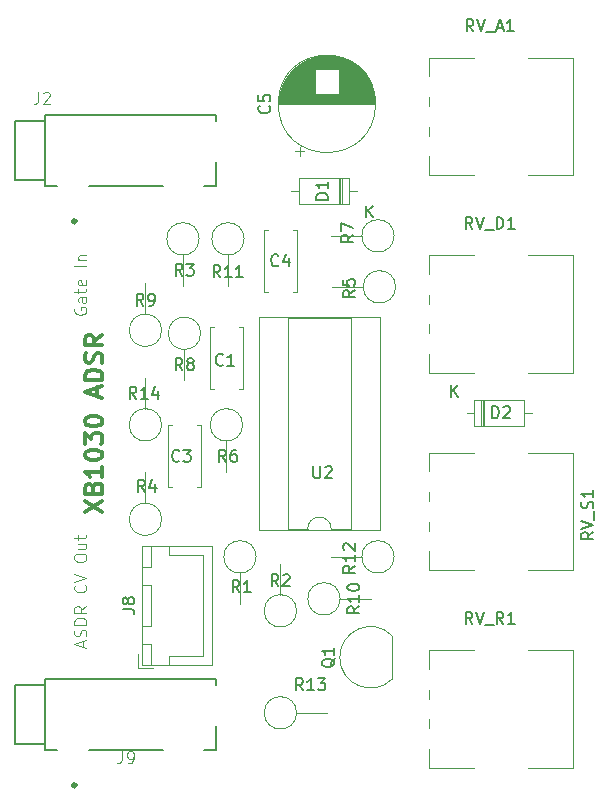
<source format=gbr>
G04 #@! TF.GenerationSoftware,KiCad,Pcbnew,(5.0.1)-rc2*
G04 #@! TF.CreationDate,2018-12-04T01:24:35-05:00*
G04 #@! TF.ProjectId,envelope,656E76656C6F70652E6B696361645F70,rev?*
G04 #@! TF.SameCoordinates,Original*
G04 #@! TF.FileFunction,Legend,Top*
G04 #@! TF.FilePolarity,Positive*
%FSLAX46Y46*%
G04 Gerber Fmt 4.6, Leading zero omitted, Abs format (unit mm)*
G04 Created by KiCad (PCBNEW (5.0.1)-rc2) date 12/4/2018 1:24:35 AM*
%MOMM*%
%LPD*%
G01*
G04 APERTURE LIST*
%ADD10C,0.300000*%
%ADD11C,0.120000*%
%ADD12C,0.127000*%
%ADD13C,0.150000*%
%ADD14C,0.050000*%
G04 APERTURE END LIST*
D10*
X132147571Y-68495714D02*
X133647571Y-67495714D01*
X132147571Y-67495714D02*
X133647571Y-68495714D01*
X132861857Y-66424285D02*
X132933285Y-66210000D01*
X133004714Y-66138571D01*
X133147571Y-66067142D01*
X133361857Y-66067142D01*
X133504714Y-66138571D01*
X133576142Y-66210000D01*
X133647571Y-66352857D01*
X133647571Y-66924285D01*
X132147571Y-66924285D01*
X132147571Y-66424285D01*
X132219000Y-66281428D01*
X132290428Y-66210000D01*
X132433285Y-66138571D01*
X132576142Y-66138571D01*
X132719000Y-66210000D01*
X132790428Y-66281428D01*
X132861857Y-66424285D01*
X132861857Y-66924285D01*
X133647571Y-64638571D02*
X133647571Y-65495714D01*
X133647571Y-65067142D02*
X132147571Y-65067142D01*
X132361857Y-65210000D01*
X132504714Y-65352857D01*
X132576142Y-65495714D01*
X132147571Y-63710000D02*
X132147571Y-63567142D01*
X132219000Y-63424285D01*
X132290428Y-63352857D01*
X132433285Y-63281428D01*
X132719000Y-63210000D01*
X133076142Y-63210000D01*
X133361857Y-63281428D01*
X133504714Y-63352857D01*
X133576142Y-63424285D01*
X133647571Y-63567142D01*
X133647571Y-63710000D01*
X133576142Y-63852857D01*
X133504714Y-63924285D01*
X133361857Y-63995714D01*
X133076142Y-64067142D01*
X132719000Y-64067142D01*
X132433285Y-63995714D01*
X132290428Y-63924285D01*
X132219000Y-63852857D01*
X132147571Y-63710000D01*
X132147571Y-62710000D02*
X132147571Y-61781428D01*
X132719000Y-62281428D01*
X132719000Y-62067142D01*
X132790428Y-61924285D01*
X132861857Y-61852857D01*
X133004714Y-61781428D01*
X133361857Y-61781428D01*
X133504714Y-61852857D01*
X133576142Y-61924285D01*
X133647571Y-62067142D01*
X133647571Y-62495714D01*
X133576142Y-62638571D01*
X133504714Y-62710000D01*
X132147571Y-60852857D02*
X132147571Y-60710000D01*
X132219000Y-60567142D01*
X132290428Y-60495714D01*
X132433285Y-60424285D01*
X132719000Y-60352857D01*
X133076142Y-60352857D01*
X133361857Y-60424285D01*
X133504714Y-60495714D01*
X133576142Y-60567142D01*
X133647571Y-60710000D01*
X133647571Y-60852857D01*
X133576142Y-60995714D01*
X133504714Y-61067142D01*
X133361857Y-61138571D01*
X133076142Y-61210000D01*
X132719000Y-61210000D01*
X132433285Y-61138571D01*
X132290428Y-61067142D01*
X132219000Y-60995714D01*
X132147571Y-60852857D01*
X133219000Y-58638571D02*
X133219000Y-57924285D01*
X133647571Y-58781428D02*
X132147571Y-58281428D01*
X133647571Y-57781428D01*
X133647571Y-57281428D02*
X132147571Y-57281428D01*
X132147571Y-56924285D01*
X132219000Y-56710000D01*
X132361857Y-56567142D01*
X132504714Y-56495714D01*
X132790428Y-56424285D01*
X133004714Y-56424285D01*
X133290428Y-56495714D01*
X133433285Y-56567142D01*
X133576142Y-56710000D01*
X133647571Y-56924285D01*
X133647571Y-57281428D01*
X133576142Y-55852857D02*
X133647571Y-55638571D01*
X133647571Y-55281428D01*
X133576142Y-55138571D01*
X133504714Y-55067142D01*
X133361857Y-54995714D01*
X133219000Y-54995714D01*
X133076142Y-55067142D01*
X133004714Y-55138571D01*
X132933285Y-55281428D01*
X132861857Y-55567142D01*
X132790428Y-55710000D01*
X132719000Y-55781428D01*
X132576142Y-55852857D01*
X132433285Y-55852857D01*
X132290428Y-55781428D01*
X132219000Y-55710000D01*
X132147571Y-55567142D01*
X132147571Y-55210000D01*
X132219000Y-54995714D01*
X133647571Y-53495714D02*
X132933285Y-53995714D01*
X133647571Y-54352857D02*
X132147571Y-54352857D01*
X132147571Y-53781428D01*
X132219000Y-53638571D01*
X132290428Y-53567142D01*
X132433285Y-53495714D01*
X132647571Y-53495714D01*
X132790428Y-53567142D01*
X132861857Y-53638571D01*
X132933285Y-53781428D01*
X132933285Y-54352857D01*
D11*
G04 #@! TO.C,R11*
X145642000Y-45339000D02*
G75*
G03X145642000Y-45339000I-1370000J0D01*
G01*
X144272000Y-46709000D02*
X144272000Y-49319000D01*
G04 #@! TO.C,RV_S1*
X173521000Y-63438332D02*
X173521000Y-73378332D01*
X161281000Y-71778332D02*
X161281000Y-73378332D01*
X161281000Y-69279332D02*
X161281000Y-70038332D01*
X161281000Y-66779332D02*
X161281000Y-67538332D01*
X161281000Y-63438332D02*
X161281000Y-65037332D01*
X169656000Y-73378332D02*
X173521000Y-73378332D01*
X161281000Y-73378332D02*
X165146000Y-73378332D01*
X169656000Y-63438332D02*
X173521000Y-63438332D01*
X161281000Y-63438332D02*
X165146000Y-63438332D01*
G04 #@! TO.C,RV_R1*
X161281000Y-80160000D02*
X165146000Y-80160000D01*
X169656000Y-80160000D02*
X173521000Y-80160000D01*
X161281000Y-90100000D02*
X165146000Y-90100000D01*
X169656000Y-90100000D02*
X173521000Y-90100000D01*
X161281000Y-80160000D02*
X161281000Y-81759000D01*
X161281000Y-83501000D02*
X161281000Y-84260000D01*
X161281000Y-86001000D02*
X161281000Y-86760000D01*
X161281000Y-88500000D02*
X161281000Y-90100000D01*
X173521000Y-80160000D02*
X173521000Y-90100000D01*
G04 #@! TO.C,RV_D1*
X173521000Y-46716666D02*
X173521000Y-56656666D01*
X161281000Y-55056666D02*
X161281000Y-56656666D01*
X161281000Y-52557666D02*
X161281000Y-53316666D01*
X161281000Y-50057666D02*
X161281000Y-50816666D01*
X161281000Y-46716666D02*
X161281000Y-48315666D01*
X169656000Y-56656666D02*
X173521000Y-56656666D01*
X161281000Y-56656666D02*
X165146000Y-56656666D01*
X169656000Y-46716666D02*
X173521000Y-46716666D01*
X161281000Y-46716666D02*
X165146000Y-46716666D01*
G04 #@! TO.C,RV_A1*
X161281000Y-29995000D02*
X165146000Y-29995000D01*
X169656000Y-29995000D02*
X173521000Y-29995000D01*
X161281000Y-39935000D02*
X165146000Y-39935000D01*
X169656000Y-39935000D02*
X173521000Y-39935000D01*
X161281000Y-29995000D02*
X161281000Y-31594000D01*
X161281000Y-33336000D02*
X161281000Y-34095000D01*
X161281000Y-35836000D02*
X161281000Y-36595000D01*
X161281000Y-38335000D02*
X161281000Y-39935000D01*
X173521000Y-29995000D02*
X173521000Y-39935000D01*
G04 #@! TO.C,C5*
X156774000Y-33914000D02*
G75*
G03X156774000Y-33914000I-4120000J0D01*
G01*
X148574000Y-33914000D02*
X156734000Y-33914000D01*
X148574000Y-33874000D02*
X156734000Y-33874000D01*
X148574000Y-33834000D02*
X156734000Y-33834000D01*
X148575000Y-33794000D02*
X156733000Y-33794000D01*
X148577000Y-33754000D02*
X156731000Y-33754000D01*
X148578000Y-33714000D02*
X156730000Y-33714000D01*
X148580000Y-33674000D02*
X156728000Y-33674000D01*
X148583000Y-33634000D02*
X156725000Y-33634000D01*
X148586000Y-33594000D02*
X156722000Y-33594000D01*
X148589000Y-33554000D02*
X156719000Y-33554000D01*
X148593000Y-33514000D02*
X156715000Y-33514000D01*
X148597000Y-33474000D02*
X156711000Y-33474000D01*
X148602000Y-33434000D02*
X156706000Y-33434000D01*
X148606000Y-33394000D02*
X156702000Y-33394000D01*
X148612000Y-33354000D02*
X156696000Y-33354000D01*
X148617000Y-33314000D02*
X156691000Y-33314000D01*
X148624000Y-33274000D02*
X156684000Y-33274000D01*
X148630000Y-33234000D02*
X156678000Y-33234000D01*
X148637000Y-33193000D02*
X156671000Y-33193000D01*
X148644000Y-33153000D02*
X156664000Y-33153000D01*
X148652000Y-33113000D02*
X156656000Y-33113000D01*
X148660000Y-33073000D02*
X156648000Y-33073000D01*
X148669000Y-33033000D02*
X151614000Y-33033000D01*
X153694000Y-33033000D02*
X156639000Y-33033000D01*
X148678000Y-32993000D02*
X151614000Y-32993000D01*
X153694000Y-32993000D02*
X156630000Y-32993000D01*
X148687000Y-32953000D02*
X151614000Y-32953000D01*
X153694000Y-32953000D02*
X156621000Y-32953000D01*
X148697000Y-32913000D02*
X151614000Y-32913000D01*
X153694000Y-32913000D02*
X156611000Y-32913000D01*
X148707000Y-32873000D02*
X151614000Y-32873000D01*
X153694000Y-32873000D02*
X156601000Y-32873000D01*
X148718000Y-32833000D02*
X151614000Y-32833000D01*
X153694000Y-32833000D02*
X156590000Y-32833000D01*
X148729000Y-32793000D02*
X151614000Y-32793000D01*
X153694000Y-32793000D02*
X156579000Y-32793000D01*
X148740000Y-32753000D02*
X151614000Y-32753000D01*
X153694000Y-32753000D02*
X156568000Y-32753000D01*
X148752000Y-32713000D02*
X151614000Y-32713000D01*
X153694000Y-32713000D02*
X156556000Y-32713000D01*
X148765000Y-32673000D02*
X151614000Y-32673000D01*
X153694000Y-32673000D02*
X156543000Y-32673000D01*
X148777000Y-32633000D02*
X151614000Y-32633000D01*
X153694000Y-32633000D02*
X156531000Y-32633000D01*
X148791000Y-32593000D02*
X151614000Y-32593000D01*
X153694000Y-32593000D02*
X156517000Y-32593000D01*
X148804000Y-32553000D02*
X151614000Y-32553000D01*
X153694000Y-32553000D02*
X156504000Y-32553000D01*
X148819000Y-32513000D02*
X151614000Y-32513000D01*
X153694000Y-32513000D02*
X156489000Y-32513000D01*
X148833000Y-32473000D02*
X151614000Y-32473000D01*
X153694000Y-32473000D02*
X156475000Y-32473000D01*
X148849000Y-32433000D02*
X151614000Y-32433000D01*
X153694000Y-32433000D02*
X156459000Y-32433000D01*
X148864000Y-32393000D02*
X151614000Y-32393000D01*
X153694000Y-32393000D02*
X156444000Y-32393000D01*
X148880000Y-32353000D02*
X151614000Y-32353000D01*
X153694000Y-32353000D02*
X156428000Y-32353000D01*
X148897000Y-32313000D02*
X151614000Y-32313000D01*
X153694000Y-32313000D02*
X156411000Y-32313000D01*
X148914000Y-32273000D02*
X151614000Y-32273000D01*
X153694000Y-32273000D02*
X156394000Y-32273000D01*
X148932000Y-32233000D02*
X151614000Y-32233000D01*
X153694000Y-32233000D02*
X156376000Y-32233000D01*
X148950000Y-32193000D02*
X151614000Y-32193000D01*
X153694000Y-32193000D02*
X156358000Y-32193000D01*
X148968000Y-32153000D02*
X151614000Y-32153000D01*
X153694000Y-32153000D02*
X156340000Y-32153000D01*
X148988000Y-32113000D02*
X151614000Y-32113000D01*
X153694000Y-32113000D02*
X156320000Y-32113000D01*
X149007000Y-32073000D02*
X151614000Y-32073000D01*
X153694000Y-32073000D02*
X156301000Y-32073000D01*
X149027000Y-32033000D02*
X151614000Y-32033000D01*
X153694000Y-32033000D02*
X156281000Y-32033000D01*
X149048000Y-31993000D02*
X151614000Y-31993000D01*
X153694000Y-31993000D02*
X156260000Y-31993000D01*
X149070000Y-31953000D02*
X151614000Y-31953000D01*
X153694000Y-31953000D02*
X156238000Y-31953000D01*
X149092000Y-31913000D02*
X151614000Y-31913000D01*
X153694000Y-31913000D02*
X156216000Y-31913000D01*
X149114000Y-31873000D02*
X151614000Y-31873000D01*
X153694000Y-31873000D02*
X156194000Y-31873000D01*
X149137000Y-31833000D02*
X151614000Y-31833000D01*
X153694000Y-31833000D02*
X156171000Y-31833000D01*
X149161000Y-31793000D02*
X151614000Y-31793000D01*
X153694000Y-31793000D02*
X156147000Y-31793000D01*
X149185000Y-31753000D02*
X151614000Y-31753000D01*
X153694000Y-31753000D02*
X156123000Y-31753000D01*
X149210000Y-31713000D02*
X151614000Y-31713000D01*
X153694000Y-31713000D02*
X156098000Y-31713000D01*
X149236000Y-31673000D02*
X151614000Y-31673000D01*
X153694000Y-31673000D02*
X156072000Y-31673000D01*
X149262000Y-31633000D02*
X151614000Y-31633000D01*
X153694000Y-31633000D02*
X156046000Y-31633000D01*
X149289000Y-31593000D02*
X151614000Y-31593000D01*
X153694000Y-31593000D02*
X156019000Y-31593000D01*
X149316000Y-31553000D02*
X151614000Y-31553000D01*
X153694000Y-31553000D02*
X155992000Y-31553000D01*
X149345000Y-31513000D02*
X151614000Y-31513000D01*
X153694000Y-31513000D02*
X155963000Y-31513000D01*
X149374000Y-31473000D02*
X151614000Y-31473000D01*
X153694000Y-31473000D02*
X155934000Y-31473000D01*
X149404000Y-31433000D02*
X151614000Y-31433000D01*
X153694000Y-31433000D02*
X155904000Y-31433000D01*
X149434000Y-31393000D02*
X151614000Y-31393000D01*
X153694000Y-31393000D02*
X155874000Y-31393000D01*
X149465000Y-31353000D02*
X151614000Y-31353000D01*
X153694000Y-31353000D02*
X155843000Y-31353000D01*
X149498000Y-31313000D02*
X151614000Y-31313000D01*
X153694000Y-31313000D02*
X155810000Y-31313000D01*
X149530000Y-31273000D02*
X151614000Y-31273000D01*
X153694000Y-31273000D02*
X155778000Y-31273000D01*
X149564000Y-31233000D02*
X151614000Y-31233000D01*
X153694000Y-31233000D02*
X155744000Y-31233000D01*
X149599000Y-31193000D02*
X151614000Y-31193000D01*
X153694000Y-31193000D02*
X155709000Y-31193000D01*
X149635000Y-31153000D02*
X151614000Y-31153000D01*
X153694000Y-31153000D02*
X155673000Y-31153000D01*
X149671000Y-31113000D02*
X151614000Y-31113000D01*
X153694000Y-31113000D02*
X155637000Y-31113000D01*
X149709000Y-31073000D02*
X151614000Y-31073000D01*
X153694000Y-31073000D02*
X155599000Y-31073000D01*
X149747000Y-31033000D02*
X151614000Y-31033000D01*
X153694000Y-31033000D02*
X155561000Y-31033000D01*
X149787000Y-30993000D02*
X151614000Y-30993000D01*
X153694000Y-30993000D02*
X155521000Y-30993000D01*
X149828000Y-30953000D02*
X155480000Y-30953000D01*
X149870000Y-30913000D02*
X155438000Y-30913000D01*
X149913000Y-30873000D02*
X155395000Y-30873000D01*
X149957000Y-30833000D02*
X155351000Y-30833000D01*
X150003000Y-30793000D02*
X155305000Y-30793000D01*
X150050000Y-30753000D02*
X155258000Y-30753000D01*
X150098000Y-30713000D02*
X155210000Y-30713000D01*
X150149000Y-30673000D02*
X155159000Y-30673000D01*
X150200000Y-30633000D02*
X155108000Y-30633000D01*
X150254000Y-30593000D02*
X155054000Y-30593000D01*
X150309000Y-30553000D02*
X154999000Y-30553000D01*
X150367000Y-30513000D02*
X154941000Y-30513000D01*
X150426000Y-30473000D02*
X154882000Y-30473000D01*
X150488000Y-30433000D02*
X154820000Y-30433000D01*
X150552000Y-30393000D02*
X154756000Y-30393000D01*
X150620000Y-30353000D02*
X154688000Y-30353000D01*
X150690000Y-30313000D02*
X154618000Y-30313000D01*
X150764000Y-30273000D02*
X154544000Y-30273000D01*
X150841000Y-30233000D02*
X154467000Y-30233000D01*
X150923000Y-30193000D02*
X154385000Y-30193000D01*
X151009000Y-30153000D02*
X154299000Y-30153000D01*
X151102000Y-30113000D02*
X154206000Y-30113000D01*
X151201000Y-30073000D02*
X154107000Y-30073000D01*
X151308000Y-30033000D02*
X154000000Y-30033000D01*
X151425000Y-29993000D02*
X153883000Y-29993000D01*
X151556000Y-29953000D02*
X153752000Y-29953000D01*
X151706000Y-29913000D02*
X153602000Y-29913000D01*
X151886000Y-29873000D02*
X153422000Y-29873000D01*
X152121000Y-29833000D02*
X153187000Y-29833000D01*
X150339000Y-38323698D02*
X150339000Y-37523698D01*
X149939000Y-37923698D02*
X150739000Y-37923698D01*
G04 #@! TO.C,J8*
X136986000Y-81427000D02*
X142956000Y-81427000D01*
X142956000Y-81427000D02*
X142956000Y-71307000D01*
X142956000Y-71307000D02*
X136986000Y-71307000D01*
X136986000Y-71307000D02*
X136986000Y-81427000D01*
X136996000Y-78117000D02*
X137746000Y-78117000D01*
X137746000Y-78117000D02*
X137746000Y-74617000D01*
X137746000Y-74617000D02*
X136996000Y-74617000D01*
X136996000Y-74617000D02*
X136996000Y-78117000D01*
X136996000Y-81417000D02*
X137746000Y-81417000D01*
X137746000Y-81417000D02*
X137746000Y-79617000D01*
X137746000Y-79617000D02*
X136996000Y-79617000D01*
X136996000Y-79617000D02*
X136996000Y-81417000D01*
X136996000Y-73117000D02*
X137746000Y-73117000D01*
X137746000Y-73117000D02*
X137746000Y-71317000D01*
X137746000Y-71317000D02*
X136996000Y-71317000D01*
X136996000Y-71317000D02*
X136996000Y-73117000D01*
X139246000Y-81417000D02*
X139246000Y-80667000D01*
X139246000Y-80667000D02*
X142196000Y-80667000D01*
X142196000Y-80667000D02*
X142196000Y-76367000D01*
X139246000Y-71317000D02*
X139246000Y-72067000D01*
X139246000Y-72067000D02*
X142196000Y-72067000D01*
X142196000Y-72067000D02*
X142196000Y-76367000D01*
X136696000Y-80467000D02*
X136696000Y-81717000D01*
X136696000Y-81717000D02*
X137946000Y-81717000D01*
G04 #@! TO.C,C1*
X145200000Y-52792000D02*
X145515000Y-52792000D01*
X142775000Y-52792000D02*
X143090000Y-52792000D01*
X145200000Y-58032000D02*
X145515000Y-58032000D01*
X142775000Y-58032000D02*
X143090000Y-58032000D01*
X145515000Y-58032000D02*
X145515000Y-52792000D01*
X142775000Y-58032000D02*
X142775000Y-52792000D01*
G04 #@! TO.C,C3*
X141959000Y-61094000D02*
X141959000Y-66334000D01*
X139219000Y-61094000D02*
X139219000Y-66334000D01*
X141959000Y-61094000D02*
X141644000Y-61094000D01*
X139534000Y-61094000D02*
X139219000Y-61094000D01*
X141959000Y-66334000D02*
X141644000Y-66334000D01*
X139534000Y-66334000D02*
X139219000Y-66334000D01*
G04 #@! TO.C,C4*
X147662000Y-49824000D02*
X147347000Y-49824000D01*
X150087000Y-49824000D02*
X149772000Y-49824000D01*
X147662000Y-44584000D02*
X147347000Y-44584000D01*
X150087000Y-44584000D02*
X149772000Y-44584000D01*
X147347000Y-44584000D02*
X147347000Y-49824000D01*
X150087000Y-44584000D02*
X150087000Y-49824000D01*
G04 #@! TO.C,D1*
X153920000Y-42395000D02*
X153920000Y-40155000D01*
X153680000Y-42395000D02*
X153680000Y-40155000D01*
X153800000Y-42395000D02*
X153800000Y-40155000D01*
X149630000Y-41275000D02*
X150280000Y-41275000D01*
X155170000Y-41275000D02*
X154520000Y-41275000D01*
X150280000Y-42395000D02*
X154520000Y-42395000D01*
X150280000Y-40155000D02*
X150280000Y-42395000D01*
X154520000Y-40155000D02*
X150280000Y-40155000D01*
X154520000Y-42395000D02*
X154520000Y-40155000D01*
G04 #@! TO.C,D2*
X165139000Y-58951000D02*
X165139000Y-61191000D01*
X165139000Y-61191000D02*
X169379000Y-61191000D01*
X169379000Y-61191000D02*
X169379000Y-58951000D01*
X169379000Y-58951000D02*
X165139000Y-58951000D01*
X164489000Y-60071000D02*
X165139000Y-60071000D01*
X170029000Y-60071000D02*
X169379000Y-60071000D01*
X165859000Y-58951000D02*
X165859000Y-61191000D01*
X165979000Y-58951000D02*
X165979000Y-61191000D01*
X165739000Y-58951000D02*
X165739000Y-61191000D01*
D12*
G04 #@! TO.C,J2*
X132517000Y-40846000D02*
X138767000Y-40846000D01*
X143267000Y-40846000D02*
X142267000Y-40846000D01*
X143267000Y-38846000D02*
X143267000Y-40846000D01*
X143267000Y-34846000D02*
X143267000Y-35346000D01*
X128767000Y-34846000D02*
X143267000Y-34846000D01*
X128767000Y-40346000D02*
X128767000Y-34846000D01*
X128767000Y-40846000D02*
X129767000Y-40846000D01*
X128767000Y-40346000D02*
X128767000Y-40846000D01*
X126267000Y-40346000D02*
X128767000Y-40346000D01*
X126267000Y-35346000D02*
X126267000Y-40346000D01*
X128767000Y-35346000D02*
X126267000Y-35346000D01*
D10*
X131417000Y-43846000D02*
G75*
G03X131417000Y-43846000I-150000J0D01*
G01*
G04 #@! TO.C,J9*
X131417000Y-91598000D02*
G75*
G03X131417000Y-91598000I-150000J0D01*
G01*
D12*
X128767000Y-83098000D02*
X126267000Y-83098000D01*
X126267000Y-83098000D02*
X126267000Y-88098000D01*
X126267000Y-88098000D02*
X128767000Y-88098000D01*
X128767000Y-88098000D02*
X128767000Y-88598000D01*
X128767000Y-88598000D02*
X129767000Y-88598000D01*
X128767000Y-88098000D02*
X128767000Y-82598000D01*
X128767000Y-82598000D02*
X143267000Y-82598000D01*
X143267000Y-82598000D02*
X143267000Y-83098000D01*
X143267000Y-86598000D02*
X143267000Y-88598000D01*
X143267000Y-88598000D02*
X142267000Y-88598000D01*
X132517000Y-88598000D02*
X138767000Y-88598000D01*
D11*
G04 #@! TO.C,Q1*
X158187000Y-82572000D02*
X158187000Y-78972000D01*
X158175478Y-82610478D02*
G75*
G02X153737000Y-80772000I-1838478J1838478D01*
G01*
X158175478Y-78933522D02*
G75*
G03X153737000Y-80772000I-1838478J-1838478D01*
G01*
G04 #@! TO.C,R1*
X145288000Y-73633000D02*
X145288000Y-76243000D01*
X146658000Y-72263000D02*
G75*
G03X146658000Y-72263000I-1370000J0D01*
G01*
G04 #@! TO.C,R2*
X148717000Y-75465000D02*
X148717000Y-72855000D01*
X150087000Y-76835000D02*
G75*
G03X150087000Y-76835000I-1370000J0D01*
G01*
G04 #@! TO.C,R3*
X141832000Y-45339000D02*
G75*
G03X141832000Y-45339000I-1370000J0D01*
G01*
X140462000Y-46709000D02*
X140462000Y-49319000D01*
G04 #@! TO.C,R4*
X138657000Y-69088000D02*
G75*
G03X138657000Y-69088000I-1370000J0D01*
G01*
X137287000Y-67718000D02*
X137287000Y-65108000D01*
G04 #@! TO.C,R5*
X158469000Y-49403000D02*
G75*
G03X158469000Y-49403000I-1370000J0D01*
G01*
X155729000Y-49403000D02*
X153119000Y-49403000D01*
G04 #@! TO.C,R6*
X144145000Y-62457000D02*
X144145000Y-65067000D01*
X145515000Y-61087000D02*
G75*
G03X145515000Y-61087000I-1370000J0D01*
G01*
G04 #@! TO.C,R7*
X158342000Y-45085000D02*
G75*
G03X158342000Y-45085000I-1370000J0D01*
G01*
X155602000Y-45085000D02*
X152992000Y-45085000D01*
G04 #@! TO.C,R8*
X141959000Y-53340000D02*
G75*
G03X141959000Y-53340000I-1370000J0D01*
G01*
X140589000Y-54710000D02*
X140589000Y-57320000D01*
G04 #@! TO.C,R9*
X137287000Y-51716000D02*
X137287000Y-49106000D01*
X138657000Y-53086000D02*
G75*
G03X138657000Y-53086000I-1370000J0D01*
G01*
G04 #@! TO.C,R10*
X153770000Y-75819000D02*
X156380000Y-75819000D01*
X153770000Y-75819000D02*
G75*
G03X153770000Y-75819000I-1370000J0D01*
G01*
G04 #@! TO.C,R12*
X155602000Y-72263000D02*
X152992000Y-72263000D01*
X158342000Y-72263000D02*
G75*
G03X158342000Y-72263000I-1370000J0D01*
G01*
G04 #@! TO.C,R13*
X150087000Y-85471000D02*
X152697000Y-85471000D01*
X150087000Y-85471000D02*
G75*
G03X150087000Y-85471000I-1370000J0D01*
G01*
G04 #@! TO.C,R14*
X138657000Y-61087000D02*
G75*
G03X138657000Y-61087000I-1370000J0D01*
G01*
X137287000Y-59717000D02*
X137287000Y-57107000D01*
G04 #@! TO.C,U2*
X151019000Y-69910000D02*
G75*
G02X153019000Y-69910000I1000000J0D01*
G01*
X153019000Y-69910000D02*
X154669000Y-69910000D01*
X154669000Y-69910000D02*
X154669000Y-52010000D01*
X154669000Y-52010000D02*
X149369000Y-52010000D01*
X149369000Y-52010000D02*
X149369000Y-69910000D01*
X149369000Y-69910000D02*
X151019000Y-69910000D01*
X157159000Y-69970000D02*
X157159000Y-51950000D01*
X157159000Y-51950000D02*
X146879000Y-51950000D01*
X146879000Y-51950000D02*
X146879000Y-69970000D01*
X146879000Y-69970000D02*
X157159000Y-69970000D01*
G04 #@! TO.C,R11*
D13*
X143629142Y-48585380D02*
X143295809Y-48109190D01*
X143057714Y-48585380D02*
X143057714Y-47585380D01*
X143438666Y-47585380D01*
X143533904Y-47633000D01*
X143581523Y-47680619D01*
X143629142Y-47775857D01*
X143629142Y-47918714D01*
X143581523Y-48013952D01*
X143533904Y-48061571D01*
X143438666Y-48109190D01*
X143057714Y-48109190D01*
X144581523Y-48585380D02*
X144010095Y-48585380D01*
X144295809Y-48585380D02*
X144295809Y-47585380D01*
X144200571Y-47728238D01*
X144105333Y-47823476D01*
X144010095Y-47871095D01*
X145533904Y-48585380D02*
X144962476Y-48585380D01*
X145248190Y-48585380D02*
X145248190Y-47585380D01*
X145152952Y-47728238D01*
X145057714Y-47823476D01*
X144962476Y-47871095D01*
G04 #@! TO.C,RV_S1*
X175204380Y-70159380D02*
X174728190Y-70492714D01*
X175204380Y-70730809D02*
X174204380Y-70730809D01*
X174204380Y-70349857D01*
X174252000Y-70254619D01*
X174299619Y-70207000D01*
X174394857Y-70159380D01*
X174537714Y-70159380D01*
X174632952Y-70207000D01*
X174680571Y-70254619D01*
X174728190Y-70349857D01*
X174728190Y-70730809D01*
X174204380Y-69873666D02*
X175204380Y-69540333D01*
X174204380Y-69207000D01*
X175299619Y-69111761D02*
X175299619Y-68349857D01*
X175156761Y-68159380D02*
X175204380Y-68016523D01*
X175204380Y-67778428D01*
X175156761Y-67683190D01*
X175109142Y-67635571D01*
X175013904Y-67587952D01*
X174918666Y-67587952D01*
X174823428Y-67635571D01*
X174775809Y-67683190D01*
X174728190Y-67778428D01*
X174680571Y-67968904D01*
X174632952Y-68064142D01*
X174585333Y-68111761D01*
X174490095Y-68159380D01*
X174394857Y-68159380D01*
X174299619Y-68111761D01*
X174252000Y-68064142D01*
X174204380Y-67968904D01*
X174204380Y-67730809D01*
X174252000Y-67587952D01*
X175204380Y-66635571D02*
X175204380Y-67207000D01*
X175204380Y-66921285D02*
X174204380Y-66921285D01*
X174347238Y-67016523D01*
X174442476Y-67111761D01*
X174490095Y-67207000D01*
G04 #@! TO.C,RV_R1*
X164974809Y-77932380D02*
X164641476Y-77456190D01*
X164403380Y-77932380D02*
X164403380Y-76932380D01*
X164784333Y-76932380D01*
X164879571Y-76980000D01*
X164927190Y-77027619D01*
X164974809Y-77122857D01*
X164974809Y-77265714D01*
X164927190Y-77360952D01*
X164879571Y-77408571D01*
X164784333Y-77456190D01*
X164403380Y-77456190D01*
X165260523Y-76932380D02*
X165593857Y-77932380D01*
X165927190Y-76932380D01*
X166022428Y-78027619D02*
X166784333Y-78027619D01*
X167593857Y-77932380D02*
X167260523Y-77456190D01*
X167022428Y-77932380D02*
X167022428Y-76932380D01*
X167403380Y-76932380D01*
X167498619Y-76980000D01*
X167546238Y-77027619D01*
X167593857Y-77122857D01*
X167593857Y-77265714D01*
X167546238Y-77360952D01*
X167498619Y-77408571D01*
X167403380Y-77456190D01*
X167022428Y-77456190D01*
X168546238Y-77932380D02*
X167974809Y-77932380D01*
X168260523Y-77932380D02*
X168260523Y-76932380D01*
X168165285Y-77075238D01*
X168070047Y-77170476D01*
X167974809Y-77218095D01*
G04 #@! TO.C,RV_D1*
X164974809Y-44489046D02*
X164641476Y-44012856D01*
X164403380Y-44489046D02*
X164403380Y-43489046D01*
X164784333Y-43489046D01*
X164879571Y-43536666D01*
X164927190Y-43584285D01*
X164974809Y-43679523D01*
X164974809Y-43822380D01*
X164927190Y-43917618D01*
X164879571Y-43965237D01*
X164784333Y-44012856D01*
X164403380Y-44012856D01*
X165260523Y-43489046D02*
X165593857Y-44489046D01*
X165927190Y-43489046D01*
X166022428Y-44584285D02*
X166784333Y-44584285D01*
X167022428Y-44489046D02*
X167022428Y-43489046D01*
X167260523Y-43489046D01*
X167403380Y-43536666D01*
X167498619Y-43631904D01*
X167546238Y-43727142D01*
X167593857Y-43917618D01*
X167593857Y-44060475D01*
X167546238Y-44250951D01*
X167498619Y-44346189D01*
X167403380Y-44441427D01*
X167260523Y-44489046D01*
X167022428Y-44489046D01*
X168546238Y-44489046D02*
X167974809Y-44489046D01*
X168260523Y-44489046D02*
X168260523Y-43489046D01*
X168165285Y-43631904D01*
X168070047Y-43727142D01*
X167974809Y-43774761D01*
G04 #@! TO.C,RV_A1*
X165046238Y-27767380D02*
X164712904Y-27291190D01*
X164474809Y-27767380D02*
X164474809Y-26767380D01*
X164855761Y-26767380D01*
X164951000Y-26815000D01*
X164998619Y-26862619D01*
X165046238Y-26957857D01*
X165046238Y-27100714D01*
X164998619Y-27195952D01*
X164951000Y-27243571D01*
X164855761Y-27291190D01*
X164474809Y-27291190D01*
X165331952Y-26767380D02*
X165665285Y-27767380D01*
X165998619Y-26767380D01*
X166093857Y-27862619D02*
X166855761Y-27862619D01*
X167046238Y-27481666D02*
X167522428Y-27481666D01*
X166951000Y-27767380D02*
X167284333Y-26767380D01*
X167617666Y-27767380D01*
X168474809Y-27767380D02*
X167903380Y-27767380D01*
X168189095Y-27767380D02*
X168189095Y-26767380D01*
X168093857Y-26910238D01*
X167998619Y-27005476D01*
X167903380Y-27053095D01*
G04 #@! TO.C,C5*
X147761142Y-34080666D02*
X147808761Y-34128285D01*
X147856380Y-34271142D01*
X147856380Y-34366380D01*
X147808761Y-34509238D01*
X147713523Y-34604476D01*
X147618285Y-34652095D01*
X147427809Y-34699714D01*
X147284952Y-34699714D01*
X147094476Y-34652095D01*
X146999238Y-34604476D01*
X146904000Y-34509238D01*
X146856380Y-34366380D01*
X146856380Y-34271142D01*
X146904000Y-34128285D01*
X146951619Y-34080666D01*
X146856380Y-33175904D02*
X146856380Y-33652095D01*
X147332571Y-33699714D01*
X147284952Y-33652095D01*
X147237333Y-33556857D01*
X147237333Y-33318761D01*
X147284952Y-33223523D01*
X147332571Y-33175904D01*
X147427809Y-33128285D01*
X147665904Y-33128285D01*
X147761142Y-33175904D01*
X147808761Y-33223523D01*
X147856380Y-33318761D01*
X147856380Y-33556857D01*
X147808761Y-33652095D01*
X147761142Y-33699714D01*
G04 #@! TO.C,J8*
X135348380Y-76700333D02*
X136062666Y-76700333D01*
X136205523Y-76747952D01*
X136300761Y-76843190D01*
X136348380Y-76986047D01*
X136348380Y-77081285D01*
X135776952Y-76081285D02*
X135729333Y-76176523D01*
X135681714Y-76224142D01*
X135586476Y-76271761D01*
X135538857Y-76271761D01*
X135443619Y-76224142D01*
X135396000Y-76176523D01*
X135348380Y-76081285D01*
X135348380Y-75890809D01*
X135396000Y-75795571D01*
X135443619Y-75747952D01*
X135538857Y-75700333D01*
X135586476Y-75700333D01*
X135681714Y-75747952D01*
X135729333Y-75795571D01*
X135776952Y-75890809D01*
X135776952Y-76081285D01*
X135824571Y-76176523D01*
X135872190Y-76224142D01*
X135967428Y-76271761D01*
X136157904Y-76271761D01*
X136253142Y-76224142D01*
X136300761Y-76176523D01*
X136348380Y-76081285D01*
X136348380Y-75890809D01*
X136300761Y-75795571D01*
X136253142Y-75747952D01*
X136157904Y-75700333D01*
X135967428Y-75700333D01*
X135872190Y-75747952D01*
X135824571Y-75795571D01*
X135776952Y-75890809D01*
G04 #@! TO.C,C1*
X143851333Y-55983142D02*
X143803714Y-56030761D01*
X143660857Y-56078380D01*
X143565619Y-56078380D01*
X143422761Y-56030761D01*
X143327523Y-55935523D01*
X143279904Y-55840285D01*
X143232285Y-55649809D01*
X143232285Y-55506952D01*
X143279904Y-55316476D01*
X143327523Y-55221238D01*
X143422761Y-55126000D01*
X143565619Y-55078380D01*
X143660857Y-55078380D01*
X143803714Y-55126000D01*
X143851333Y-55173619D01*
X144803714Y-56078380D02*
X144232285Y-56078380D01*
X144518000Y-56078380D02*
X144518000Y-55078380D01*
X144422761Y-55221238D01*
X144327523Y-55316476D01*
X144232285Y-55364095D01*
G04 #@! TO.C,C3*
X140168333Y-64111142D02*
X140120714Y-64158761D01*
X139977857Y-64206380D01*
X139882619Y-64206380D01*
X139739761Y-64158761D01*
X139644523Y-64063523D01*
X139596904Y-63968285D01*
X139549285Y-63777809D01*
X139549285Y-63634952D01*
X139596904Y-63444476D01*
X139644523Y-63349238D01*
X139739761Y-63254000D01*
X139882619Y-63206380D01*
X139977857Y-63206380D01*
X140120714Y-63254000D01*
X140168333Y-63301619D01*
X140501666Y-63206380D02*
X141120714Y-63206380D01*
X140787380Y-63587333D01*
X140930238Y-63587333D01*
X141025476Y-63634952D01*
X141073095Y-63682571D01*
X141120714Y-63777809D01*
X141120714Y-64015904D01*
X141073095Y-64111142D01*
X141025476Y-64158761D01*
X140930238Y-64206380D01*
X140644523Y-64206380D01*
X140549285Y-64158761D01*
X140501666Y-64111142D01*
G04 #@! TO.C,C4*
X148550333Y-47561142D02*
X148502714Y-47608761D01*
X148359857Y-47656380D01*
X148264619Y-47656380D01*
X148121761Y-47608761D01*
X148026523Y-47513523D01*
X147978904Y-47418285D01*
X147931285Y-47227809D01*
X147931285Y-47084952D01*
X147978904Y-46894476D01*
X148026523Y-46799238D01*
X148121761Y-46704000D01*
X148264619Y-46656380D01*
X148359857Y-46656380D01*
X148502714Y-46704000D01*
X148550333Y-46751619D01*
X149407476Y-46989714D02*
X149407476Y-47656380D01*
X149169380Y-46608761D02*
X148931285Y-47323047D01*
X149550333Y-47323047D01*
G04 #@! TO.C,D1*
X152725380Y-42013095D02*
X151725380Y-42013095D01*
X151725380Y-41775000D01*
X151773000Y-41632142D01*
X151868238Y-41536904D01*
X151963476Y-41489285D01*
X152153952Y-41441666D01*
X152296809Y-41441666D01*
X152487285Y-41489285D01*
X152582523Y-41536904D01*
X152677761Y-41632142D01*
X152725380Y-41775000D01*
X152725380Y-42013095D01*
X152725380Y-40489285D02*
X152725380Y-41060714D01*
X152725380Y-40775000D02*
X151725380Y-40775000D01*
X151868238Y-40870238D01*
X151963476Y-40965476D01*
X152011095Y-41060714D01*
X155948095Y-43527380D02*
X155948095Y-42527380D01*
X156519523Y-43527380D02*
X156090952Y-42955952D01*
X156519523Y-42527380D02*
X155948095Y-43098809D01*
G04 #@! TO.C,D2*
X166647904Y-60523380D02*
X166647904Y-59523380D01*
X166886000Y-59523380D01*
X167028857Y-59571000D01*
X167124095Y-59666238D01*
X167171714Y-59761476D01*
X167219333Y-59951952D01*
X167219333Y-60094809D01*
X167171714Y-60285285D01*
X167124095Y-60380523D01*
X167028857Y-60475761D01*
X166886000Y-60523380D01*
X166647904Y-60523380D01*
X167600285Y-59618619D02*
X167647904Y-59571000D01*
X167743142Y-59523380D01*
X167981238Y-59523380D01*
X168076476Y-59571000D01*
X168124095Y-59618619D01*
X168171714Y-59713857D01*
X168171714Y-59809095D01*
X168124095Y-59951952D01*
X167552666Y-60523380D01*
X168171714Y-60523380D01*
X163187095Y-58723380D02*
X163187095Y-57723380D01*
X163758523Y-58723380D02*
X163329952Y-58151952D01*
X163758523Y-57723380D02*
X163187095Y-58294809D01*
G04 #@! TO.C,J2*
D14*
X128208560Y-32903798D02*
X128208560Y-33619470D01*
X128160848Y-33762604D01*
X128065425Y-33858027D01*
X127922291Y-33905738D01*
X127826868Y-33905738D01*
X128637962Y-32999221D02*
X128685674Y-32951510D01*
X128781097Y-32903798D01*
X129019654Y-32903798D01*
X129115077Y-32951510D01*
X129162788Y-32999221D01*
X129210500Y-33094644D01*
X129210500Y-33190067D01*
X129162788Y-33333201D01*
X128590251Y-33905738D01*
X129210500Y-33905738D01*
X131325920Y-51189006D02*
X131278293Y-51284260D01*
X131278293Y-51427140D01*
X131325920Y-51570020D01*
X131421173Y-51665273D01*
X131516426Y-51712900D01*
X131706933Y-51760526D01*
X131849813Y-51760526D01*
X132040320Y-51712900D01*
X132135573Y-51665273D01*
X132230826Y-51570020D01*
X132278453Y-51427140D01*
X132278453Y-51331886D01*
X132230826Y-51189006D01*
X132183200Y-51141380D01*
X131849813Y-51141380D01*
X131849813Y-51331886D01*
X132278453Y-50284100D02*
X131754560Y-50284100D01*
X131659306Y-50331726D01*
X131611680Y-50426980D01*
X131611680Y-50617486D01*
X131659306Y-50712740D01*
X132230826Y-50284100D02*
X132278453Y-50379353D01*
X132278453Y-50617486D01*
X132230826Y-50712740D01*
X132135573Y-50760366D01*
X132040320Y-50760366D01*
X131945066Y-50712740D01*
X131897440Y-50617486D01*
X131897440Y-50379353D01*
X131849813Y-50284100D01*
X131611680Y-49950713D02*
X131611680Y-49569700D01*
X131278293Y-49807833D02*
X132135573Y-49807833D01*
X132230826Y-49760206D01*
X132278453Y-49664953D01*
X132278453Y-49569700D01*
X132230826Y-48855300D02*
X132278453Y-48950553D01*
X132278453Y-49141060D01*
X132230826Y-49236313D01*
X132135573Y-49283940D01*
X131754560Y-49283940D01*
X131659306Y-49236313D01*
X131611680Y-49141060D01*
X131611680Y-48950553D01*
X131659306Y-48855300D01*
X131754560Y-48807673D01*
X131849813Y-48807673D01*
X131945066Y-49283940D01*
X132278453Y-47617006D02*
X131278293Y-47617006D01*
X131611680Y-47140740D02*
X132278453Y-47140740D01*
X131706933Y-47140740D02*
X131659306Y-47093113D01*
X131611680Y-46997860D01*
X131611680Y-46854980D01*
X131659306Y-46759726D01*
X131754560Y-46712100D01*
X132278453Y-46712100D01*
G04 #@! TO.C,J9*
X135302020Y-88732318D02*
X135302020Y-89447990D01*
X135254308Y-89591124D01*
X135158885Y-89686547D01*
X135015751Y-89734258D01*
X134920328Y-89734258D01*
X135826845Y-89734258D02*
X136017691Y-89734258D01*
X136113114Y-89686547D01*
X136160825Y-89638835D01*
X136256248Y-89495701D01*
X136303960Y-89304855D01*
X136303960Y-88923164D01*
X136256248Y-88827741D01*
X136208537Y-88780030D01*
X136113114Y-88732318D01*
X135922268Y-88732318D01*
X135826845Y-88780030D01*
X135779134Y-88827741D01*
X135731422Y-88923164D01*
X135731422Y-89161721D01*
X135779134Y-89257144D01*
X135826845Y-89304855D01*
X135922268Y-89352567D01*
X136113114Y-89352567D01*
X136208537Y-89304855D01*
X136256248Y-89257144D01*
X136303960Y-89161721D01*
X131992693Y-79851413D02*
X131992693Y-79375146D01*
X132278453Y-79946666D02*
X131278293Y-79613280D01*
X132278453Y-79279893D01*
X132230826Y-78994133D02*
X132278453Y-78851253D01*
X132278453Y-78613120D01*
X132230826Y-78517866D01*
X132183200Y-78470240D01*
X132087946Y-78422613D01*
X131992693Y-78422613D01*
X131897440Y-78470240D01*
X131849813Y-78517866D01*
X131802186Y-78613120D01*
X131754560Y-78803626D01*
X131706933Y-78898880D01*
X131659306Y-78946506D01*
X131564053Y-78994133D01*
X131468800Y-78994133D01*
X131373546Y-78946506D01*
X131325920Y-78898880D01*
X131278293Y-78803626D01*
X131278293Y-78565493D01*
X131325920Y-78422613D01*
X132278453Y-77993973D02*
X131278293Y-77993973D01*
X131278293Y-77755840D01*
X131325920Y-77612960D01*
X131421173Y-77517706D01*
X131516426Y-77470080D01*
X131706933Y-77422453D01*
X131849813Y-77422453D01*
X132040320Y-77470080D01*
X132135573Y-77517706D01*
X132230826Y-77612960D01*
X132278453Y-77755840D01*
X132278453Y-77993973D01*
X132278453Y-76422293D02*
X131802186Y-76755680D01*
X132278453Y-76993813D02*
X131278293Y-76993813D01*
X131278293Y-76612800D01*
X131325920Y-76517546D01*
X131373546Y-76469920D01*
X131468800Y-76422293D01*
X131611680Y-76422293D01*
X131706933Y-76469920D01*
X131754560Y-76517546D01*
X131802186Y-76612800D01*
X131802186Y-76993813D01*
X132183200Y-74660106D02*
X132230826Y-74707733D01*
X132278453Y-74850613D01*
X132278453Y-74945866D01*
X132230826Y-75088746D01*
X132135573Y-75184000D01*
X132040320Y-75231626D01*
X131849813Y-75279253D01*
X131706933Y-75279253D01*
X131516426Y-75231626D01*
X131421173Y-75184000D01*
X131325920Y-75088746D01*
X131278293Y-74945866D01*
X131278293Y-74850613D01*
X131325920Y-74707733D01*
X131373546Y-74660106D01*
X131278293Y-74374346D02*
X132278453Y-74040960D01*
X131278293Y-73707573D01*
X131278293Y-72421653D02*
X131278293Y-72231146D01*
X131325920Y-72135893D01*
X131421173Y-72040640D01*
X131611680Y-71993013D01*
X131945066Y-71993013D01*
X132135573Y-72040640D01*
X132230826Y-72135893D01*
X132278453Y-72231146D01*
X132278453Y-72421653D01*
X132230826Y-72516906D01*
X132135573Y-72612160D01*
X131945066Y-72659786D01*
X131611680Y-72659786D01*
X131421173Y-72612160D01*
X131325920Y-72516906D01*
X131278293Y-72421653D01*
X131611680Y-71135733D02*
X132278453Y-71135733D01*
X131611680Y-71564373D02*
X132135573Y-71564373D01*
X132230826Y-71516746D01*
X132278453Y-71421493D01*
X132278453Y-71278613D01*
X132230826Y-71183360D01*
X132183200Y-71135733D01*
X131611680Y-70802346D02*
X131611680Y-70421333D01*
X131278293Y-70659466D02*
X132135573Y-70659466D01*
X132230826Y-70611840D01*
X132278453Y-70516586D01*
X132278453Y-70421333D01*
G04 #@! TO.C,Q1*
D13*
X153324619Y-80867238D02*
X153277000Y-80962476D01*
X153181761Y-81057714D01*
X153038904Y-81200571D01*
X152991285Y-81295809D01*
X152991285Y-81391047D01*
X153229380Y-81343428D02*
X153181761Y-81438666D01*
X153086523Y-81533904D01*
X152896047Y-81581523D01*
X152562714Y-81581523D01*
X152372238Y-81533904D01*
X152277000Y-81438666D01*
X152229380Y-81343428D01*
X152229380Y-81152952D01*
X152277000Y-81057714D01*
X152372238Y-80962476D01*
X152562714Y-80914857D01*
X152896047Y-80914857D01*
X153086523Y-80962476D01*
X153181761Y-81057714D01*
X153229380Y-81152952D01*
X153229380Y-81343428D01*
X153229380Y-79962476D02*
X153229380Y-80533904D01*
X153229380Y-80248190D02*
X152229380Y-80248190D01*
X152372238Y-80343428D01*
X152467476Y-80438666D01*
X152515095Y-80533904D01*
G04 #@! TO.C,R1*
X145248333Y-75255380D02*
X144915000Y-74779190D01*
X144676904Y-75255380D02*
X144676904Y-74255380D01*
X145057857Y-74255380D01*
X145153095Y-74303000D01*
X145200714Y-74350619D01*
X145248333Y-74445857D01*
X145248333Y-74588714D01*
X145200714Y-74683952D01*
X145153095Y-74731571D01*
X145057857Y-74779190D01*
X144676904Y-74779190D01*
X146200714Y-75255380D02*
X145629285Y-75255380D01*
X145915000Y-75255380D02*
X145915000Y-74255380D01*
X145819761Y-74398238D01*
X145724523Y-74493476D01*
X145629285Y-74541095D01*
G04 #@! TO.C,R2*
X148550333Y-74747380D02*
X148217000Y-74271190D01*
X147978904Y-74747380D02*
X147978904Y-73747380D01*
X148359857Y-73747380D01*
X148455095Y-73795000D01*
X148502714Y-73842619D01*
X148550333Y-73937857D01*
X148550333Y-74080714D01*
X148502714Y-74175952D01*
X148455095Y-74223571D01*
X148359857Y-74271190D01*
X147978904Y-74271190D01*
X148931285Y-73842619D02*
X148978904Y-73795000D01*
X149074142Y-73747380D01*
X149312238Y-73747380D01*
X149407476Y-73795000D01*
X149455095Y-73842619D01*
X149502714Y-73937857D01*
X149502714Y-74033095D01*
X149455095Y-74175952D01*
X148883666Y-74747380D01*
X149502714Y-74747380D01*
G04 #@! TO.C,R3*
X140422333Y-48458380D02*
X140089000Y-47982190D01*
X139850904Y-48458380D02*
X139850904Y-47458380D01*
X140231857Y-47458380D01*
X140327095Y-47506000D01*
X140374714Y-47553619D01*
X140422333Y-47648857D01*
X140422333Y-47791714D01*
X140374714Y-47886952D01*
X140327095Y-47934571D01*
X140231857Y-47982190D01*
X139850904Y-47982190D01*
X140755666Y-47458380D02*
X141374714Y-47458380D01*
X141041380Y-47839333D01*
X141184238Y-47839333D01*
X141279476Y-47886952D01*
X141327095Y-47934571D01*
X141374714Y-48029809D01*
X141374714Y-48267904D01*
X141327095Y-48363142D01*
X141279476Y-48410761D01*
X141184238Y-48458380D01*
X140898523Y-48458380D01*
X140803285Y-48410761D01*
X140755666Y-48363142D01*
G04 #@! TO.C,R4*
X137247333Y-66746380D02*
X136914000Y-66270190D01*
X136675904Y-66746380D02*
X136675904Y-65746380D01*
X137056857Y-65746380D01*
X137152095Y-65794000D01*
X137199714Y-65841619D01*
X137247333Y-65936857D01*
X137247333Y-66079714D01*
X137199714Y-66174952D01*
X137152095Y-66222571D01*
X137056857Y-66270190D01*
X136675904Y-66270190D01*
X138104476Y-66079714D02*
X138104476Y-66746380D01*
X137866380Y-65698761D02*
X137628285Y-66413047D01*
X138247333Y-66413047D01*
G04 #@! TO.C,R5*
X155011380Y-49696666D02*
X154535190Y-50030000D01*
X155011380Y-50268095D02*
X154011380Y-50268095D01*
X154011380Y-49887142D01*
X154059000Y-49791904D01*
X154106619Y-49744285D01*
X154201857Y-49696666D01*
X154344714Y-49696666D01*
X154439952Y-49744285D01*
X154487571Y-49791904D01*
X154535190Y-49887142D01*
X154535190Y-50268095D01*
X154011380Y-48791904D02*
X154011380Y-49268095D01*
X154487571Y-49315714D01*
X154439952Y-49268095D01*
X154392333Y-49172857D01*
X154392333Y-48934761D01*
X154439952Y-48839523D01*
X154487571Y-48791904D01*
X154582809Y-48744285D01*
X154820904Y-48744285D01*
X154916142Y-48791904D01*
X154963761Y-48839523D01*
X155011380Y-48934761D01*
X155011380Y-49172857D01*
X154963761Y-49268095D01*
X154916142Y-49315714D01*
G04 #@! TO.C,R6*
X144105333Y-64206380D02*
X143772000Y-63730190D01*
X143533904Y-64206380D02*
X143533904Y-63206380D01*
X143914857Y-63206380D01*
X144010095Y-63254000D01*
X144057714Y-63301619D01*
X144105333Y-63396857D01*
X144105333Y-63539714D01*
X144057714Y-63634952D01*
X144010095Y-63682571D01*
X143914857Y-63730190D01*
X143533904Y-63730190D01*
X144962476Y-63206380D02*
X144772000Y-63206380D01*
X144676761Y-63254000D01*
X144629142Y-63301619D01*
X144533904Y-63444476D01*
X144486285Y-63634952D01*
X144486285Y-64015904D01*
X144533904Y-64111142D01*
X144581523Y-64158761D01*
X144676761Y-64206380D01*
X144867238Y-64206380D01*
X144962476Y-64158761D01*
X145010095Y-64111142D01*
X145057714Y-64015904D01*
X145057714Y-63777809D01*
X145010095Y-63682571D01*
X144962476Y-63634952D01*
X144867238Y-63587333D01*
X144676761Y-63587333D01*
X144581523Y-63634952D01*
X144533904Y-63682571D01*
X144486285Y-63777809D01*
G04 #@! TO.C,R7*
X154884380Y-44997666D02*
X154408190Y-45331000D01*
X154884380Y-45569095D02*
X153884380Y-45569095D01*
X153884380Y-45188142D01*
X153932000Y-45092904D01*
X153979619Y-45045285D01*
X154074857Y-44997666D01*
X154217714Y-44997666D01*
X154312952Y-45045285D01*
X154360571Y-45092904D01*
X154408190Y-45188142D01*
X154408190Y-45569095D01*
X153884380Y-44664333D02*
X153884380Y-43997666D01*
X154884380Y-44426238D01*
G04 #@! TO.C,R8*
X140422333Y-56459380D02*
X140089000Y-55983190D01*
X139850904Y-56459380D02*
X139850904Y-55459380D01*
X140231857Y-55459380D01*
X140327095Y-55507000D01*
X140374714Y-55554619D01*
X140422333Y-55649857D01*
X140422333Y-55792714D01*
X140374714Y-55887952D01*
X140327095Y-55935571D01*
X140231857Y-55983190D01*
X139850904Y-55983190D01*
X140993761Y-55887952D02*
X140898523Y-55840333D01*
X140850904Y-55792714D01*
X140803285Y-55697476D01*
X140803285Y-55649857D01*
X140850904Y-55554619D01*
X140898523Y-55507000D01*
X140993761Y-55459380D01*
X141184238Y-55459380D01*
X141279476Y-55507000D01*
X141327095Y-55554619D01*
X141374714Y-55649857D01*
X141374714Y-55697476D01*
X141327095Y-55792714D01*
X141279476Y-55840333D01*
X141184238Y-55887952D01*
X140993761Y-55887952D01*
X140898523Y-55935571D01*
X140850904Y-55983190D01*
X140803285Y-56078428D01*
X140803285Y-56268904D01*
X140850904Y-56364142D01*
X140898523Y-56411761D01*
X140993761Y-56459380D01*
X141184238Y-56459380D01*
X141279476Y-56411761D01*
X141327095Y-56364142D01*
X141374714Y-56268904D01*
X141374714Y-56078428D01*
X141327095Y-55983190D01*
X141279476Y-55935571D01*
X141184238Y-55887952D01*
G04 #@! TO.C,R9*
X137120333Y-50998380D02*
X136787000Y-50522190D01*
X136548904Y-50998380D02*
X136548904Y-49998380D01*
X136929857Y-49998380D01*
X137025095Y-50046000D01*
X137072714Y-50093619D01*
X137120333Y-50188857D01*
X137120333Y-50331714D01*
X137072714Y-50426952D01*
X137025095Y-50474571D01*
X136929857Y-50522190D01*
X136548904Y-50522190D01*
X137596523Y-50998380D02*
X137787000Y-50998380D01*
X137882238Y-50950761D01*
X137929857Y-50903142D01*
X138025095Y-50760285D01*
X138072714Y-50569809D01*
X138072714Y-50188857D01*
X138025095Y-50093619D01*
X137977476Y-50046000D01*
X137882238Y-49998380D01*
X137691761Y-49998380D01*
X137596523Y-50046000D01*
X137548904Y-50093619D01*
X137501285Y-50188857D01*
X137501285Y-50426952D01*
X137548904Y-50522190D01*
X137596523Y-50569809D01*
X137691761Y-50617428D01*
X137882238Y-50617428D01*
X137977476Y-50569809D01*
X138025095Y-50522190D01*
X138072714Y-50426952D01*
G04 #@! TO.C,R10*
X155392380Y-76461857D02*
X154916190Y-76795190D01*
X155392380Y-77033285D02*
X154392380Y-77033285D01*
X154392380Y-76652333D01*
X154440000Y-76557095D01*
X154487619Y-76509476D01*
X154582857Y-76461857D01*
X154725714Y-76461857D01*
X154820952Y-76509476D01*
X154868571Y-76557095D01*
X154916190Y-76652333D01*
X154916190Y-77033285D01*
X155392380Y-75509476D02*
X155392380Y-76080904D01*
X155392380Y-75795190D02*
X154392380Y-75795190D01*
X154535238Y-75890428D01*
X154630476Y-75985666D01*
X154678095Y-76080904D01*
X154392380Y-74890428D02*
X154392380Y-74795190D01*
X154440000Y-74699952D01*
X154487619Y-74652333D01*
X154582857Y-74604714D01*
X154773333Y-74557095D01*
X155011428Y-74557095D01*
X155201904Y-74604714D01*
X155297142Y-74652333D01*
X155344761Y-74699952D01*
X155392380Y-74795190D01*
X155392380Y-74890428D01*
X155344761Y-74985666D01*
X155297142Y-75033285D01*
X155201904Y-75080904D01*
X155011428Y-75128523D01*
X154773333Y-75128523D01*
X154582857Y-75080904D01*
X154487619Y-75033285D01*
X154440000Y-74985666D01*
X154392380Y-74890428D01*
G04 #@! TO.C,R12*
X155011380Y-73032857D02*
X154535190Y-73366190D01*
X155011380Y-73604285D02*
X154011380Y-73604285D01*
X154011380Y-73223333D01*
X154059000Y-73128095D01*
X154106619Y-73080476D01*
X154201857Y-73032857D01*
X154344714Y-73032857D01*
X154439952Y-73080476D01*
X154487571Y-73128095D01*
X154535190Y-73223333D01*
X154535190Y-73604285D01*
X155011380Y-72080476D02*
X155011380Y-72651904D01*
X155011380Y-72366190D02*
X154011380Y-72366190D01*
X154154238Y-72461428D01*
X154249476Y-72556666D01*
X154297095Y-72651904D01*
X154106619Y-71699523D02*
X154059000Y-71651904D01*
X154011380Y-71556666D01*
X154011380Y-71318571D01*
X154059000Y-71223333D01*
X154106619Y-71175714D01*
X154201857Y-71128095D01*
X154297095Y-71128095D01*
X154439952Y-71175714D01*
X155011380Y-71747142D01*
X155011380Y-71128095D01*
G04 #@! TO.C,R13*
X150614142Y-83553380D02*
X150280809Y-83077190D01*
X150042714Y-83553380D02*
X150042714Y-82553380D01*
X150423666Y-82553380D01*
X150518904Y-82601000D01*
X150566523Y-82648619D01*
X150614142Y-82743857D01*
X150614142Y-82886714D01*
X150566523Y-82981952D01*
X150518904Y-83029571D01*
X150423666Y-83077190D01*
X150042714Y-83077190D01*
X151566523Y-83553380D02*
X150995095Y-83553380D01*
X151280809Y-83553380D02*
X151280809Y-82553380D01*
X151185571Y-82696238D01*
X151090333Y-82791476D01*
X150995095Y-82839095D01*
X151899857Y-82553380D02*
X152518904Y-82553380D01*
X152185571Y-82934333D01*
X152328428Y-82934333D01*
X152423666Y-82981952D01*
X152471285Y-83029571D01*
X152518904Y-83124809D01*
X152518904Y-83362904D01*
X152471285Y-83458142D01*
X152423666Y-83505761D01*
X152328428Y-83553380D01*
X152042714Y-83553380D01*
X151947476Y-83505761D01*
X151899857Y-83458142D01*
G04 #@! TO.C,R14*
X136517142Y-58872380D02*
X136183809Y-58396190D01*
X135945714Y-58872380D02*
X135945714Y-57872380D01*
X136326666Y-57872380D01*
X136421904Y-57920000D01*
X136469523Y-57967619D01*
X136517142Y-58062857D01*
X136517142Y-58205714D01*
X136469523Y-58300952D01*
X136421904Y-58348571D01*
X136326666Y-58396190D01*
X135945714Y-58396190D01*
X137469523Y-58872380D02*
X136898095Y-58872380D01*
X137183809Y-58872380D02*
X137183809Y-57872380D01*
X137088571Y-58015238D01*
X136993333Y-58110476D01*
X136898095Y-58158095D01*
X138326666Y-58205714D02*
X138326666Y-58872380D01*
X138088571Y-57824761D02*
X137850476Y-58539047D01*
X138469523Y-58539047D01*
G04 #@! TO.C,U2*
X151511095Y-64603380D02*
X151511095Y-65412904D01*
X151558714Y-65508142D01*
X151606333Y-65555761D01*
X151701571Y-65603380D01*
X151892047Y-65603380D01*
X151987285Y-65555761D01*
X152034904Y-65508142D01*
X152082523Y-65412904D01*
X152082523Y-64603380D01*
X152511095Y-64698619D02*
X152558714Y-64651000D01*
X152653952Y-64603380D01*
X152892047Y-64603380D01*
X152987285Y-64651000D01*
X153034904Y-64698619D01*
X153082523Y-64793857D01*
X153082523Y-64889095D01*
X153034904Y-65031952D01*
X152463476Y-65603380D01*
X153082523Y-65603380D01*
G04 #@! TD*
M02*

</source>
